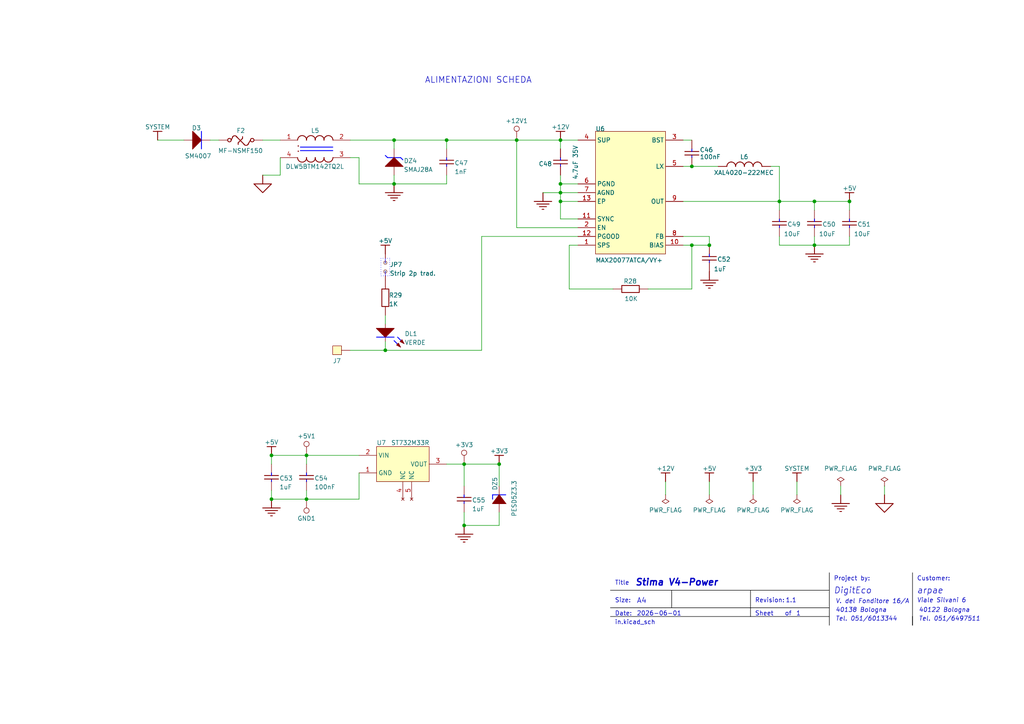
<source format=kicad_sch>
(kicad_sch (version 20230121) (generator eeschema)
  (paper "A4")
  (title_block (title "Stima V4-Power") (rev "1.1"))
  (lib_symbols
    (symbol "Connector:TestPoint" (pin_numbers hide) (pin_names (offset 0.762) hide)
      (property "Reference" "TP" (at 0 6.858 0))
      (property "Value" "TestPoint" (at 0 5.08 0))
      (symbol "TestPoint_0_1"
        (circle (center 0 3.302) (radius 0.762))
      )
      (symbol "TestPoint_1_1"
        (pin passive line (at 0 0 90) (length 2.54) (name "1") (number "1"))
      )
    )
    (symbol "Stima V4 Power-altium-import:+12V" (power)
      (property "Reference" "#PWR" (at 0 0 0))
      (property "Value" "+12V" (at 0 3.81 0))
      (symbol "+12V_0_0"
        (polyline (pts (xy -1.27 -2.54) (xy 1.27 -2.54)) (stroke (width 0.254)))
        (polyline (pts (xy 0 0) (xy 0 -2.54)) (stroke (width 0.254)))
        (pin power_in line (at 0 0 0) (length 0) hide (name "+12V") (number ""))
      )
    )
    (symbol "Stima V4 Power-altium-import:+3V3" (power)
      (property "Reference" "#PWR" (at 0 0 0))
      (property "Value" "+3V3" (at 0 3.81 0))
      (symbol "+3V3_0_0"
        (polyline (pts (xy -1.27 -2.54) (xy 1.27 -2.54)) (stroke (width 0.254)))
        (polyline (pts (xy 0 0) (xy 0 -2.54)) (stroke (width 0.254)))
        (pin power_in line (at 0 0 0) (length 0) hide (name "+3V3") (number ""))
      )
    )
    (symbol "Stima V4 Power-altium-import:+5V" (power)
      (property "Reference" "#PWR" (at 0 0 0))
      (property "Value" "+5V" (at 0 3.81 0))
      (symbol "+5V_0_0"
        (polyline (pts (xy -1.27 -2.54) (xy 1.27 -2.54)) (stroke (width 0.254)))
        (polyline (pts (xy 0 0) (xy 0 -2.54)) (stroke (width 0.254)))
        (pin power_in line (at 0 0 0) (length 0) hide (name "+5V") (number ""))
      )
    )
    (symbol "Stima V4 Power-altium-import:EGND" (power)
      (symbol "EGND_0_0"
        (polyline (pts (xy 0 0) (xy 0 -2.54)) (stroke (width 0.254)))
        (polyline (pts (xy -2.54 -2.54) (xy 2.54 -2.54) (xy 0 -5.08) (xy -2.54 -2.54)) (stroke (width 0.254)))
        (pin power_in line (at 0 0 0) (length 0) hide (name "EGND") (number ""))
      )
    )
    (symbol "Stima V4 Power-altium-import:GND" (power)
      (property "Reference" "#PWR" (at 0 0 0))
      (property "Value" "GND" (at 0 6.35 0))
      (symbol "GND_0_0"
        (polyline (pts (xy -2.54 -2.54) (xy 2.54 -2.54)) (stroke (width 0.254)))
        (polyline (pts (xy -1.778 -3.302) (xy 1.778 -3.302)) (stroke (width 0.254)))
        (polyline (pts (xy -1.016 -4.064) (xy 1.016 -4.064)) (stroke (width 0.254)))
        (polyline (pts (xy -0.254 -4.826) (xy 0.254 -4.826)) (stroke (width 0.254)))
        (polyline (pts (xy 0 0) (xy 0 -2.54)) (stroke (width 0.254)))
        (pin power_in line (at 0 0 0) (length 0) hide (name "GND") (number ""))
      )
    )
    (symbol "Stima V4 Power-altium-import:SYSTEM" (power)
      (property "Value" "SYSTEM" (at 0 -3.81 0))
      (symbol "SYSTEM_0_0"
        (polyline (pts (xy -1.27 -2.54) (xy 1.27 -2.54)) (stroke (width 0.254)))
        (polyline (pts (xy 0 0) (xy 0 -2.54)) (stroke (width 0.254)))
        (pin power_in line (at 0 0 0) (length 0) hide (name "SYSTEM") (number ""))
      )
    )
    (symbol "Stima V4 Power-altium-import:root_0_C0603"
      (symbol "root_0_C0603_1_0"
        (polyline (pts (xy -2.032 -0.762) (xy 2.032 -0.762)) (stroke (width 0.254)))
        (polyline (pts (xy 0 -2.54) (xy 0 -1.778)) (stroke (width 0.254) (color 0 0 255 1)))
        (polyline (pts (xy 0 0) (xy 0 -0.762)) (stroke (width 0.254) (color 0 0 255 1)))
        (polyline (pts (xy 2.032 -1.778) (xy -2.032 -1.778)) (stroke (width 0.254)))
        (pin passive line (at 0 2.54 270) (length 2.54) (name "1") (number "1"))
        (pin passive line (at 0 -5.08 90) (length 2.54) (name "2") (number "2"))
      )
    )
    (symbol "Stima V4 Power-altium-import:root_0_C0805"
      (symbol "root_0_C0805_1_0"
        (polyline (pts (xy -2.032 -0.762) (xy 2.032 -0.762)) (stroke (width 0.254)))
        (polyline (pts (xy 0 -2.54) (xy 0 -1.778)) (stroke (width 0.254) (color 0 0 255 1)))
        (polyline (pts (xy 0 0) (xy 0 -0.762)) (stroke (width 0.254) (color 0 0 255 1)))
        (polyline (pts (xy 2.032 -1.778) (xy -2.032 -1.778)) (stroke (width 0.254)))
        (pin passive line (at 0 2.54 270) (length 2.54) (name "1") (number "1"))
        (pin passive line (at 0 -5.08 90) (length 2.54) (name "2") (number "2"))
      )
    )
    (symbol "Stima V4 Power-altium-import:root_0_Coil  B82442  2220"
      (symbol "root_0_Coil  B82442  2220_1_0"
        (arc (start 1.27 -1.27) (mid 0.372 -1.642) (end 0 -2.54) (stroke (width 0.254)))
        (arc (start 2.54 -2.54) (mid 2.168 -1.642) (end 1.27 -1.27) (stroke (width 0.254)))
        (arc (start 3.81 -1.27) (mid 2.912 -1.642) (end 2.54 -2.54) (stroke (width 0.254)))
        (arc (start 5.08 -2.54) (mid 4.708 -1.642) (end 3.81 -1.27) (stroke (width 0.254)))
        (arc (start 6.35 -1.27) (mid 5.452 -1.642) (end 5.08 -2.54) (stroke (width 0.254)))
        (arc (start 7.62 -2.54) (mid 7.248 -1.642) (end 6.35 -1.27) (stroke (width 0.254)))
        (arc (start 8.89 -1.27) (mid 7.992 -1.642) (end 7.62 -2.54) (stroke (width 0.254)))
        (arc (start 10.16 -2.54) (mid 9.788 -1.642) (end 8.89 -1.27) (stroke (width 0.254)))
        (pin passive line (at -2.54 -2.54 0) (length 2.54) (name "1") (number "1"))
        (pin passive line (at 12.7 -2.54 180) (length 2.54) (name "2") (number "2"))
      )
    )
    (symbol "Stima V4 Power-altium-import:root_0_FILTRO MURATA DLW5BT"
      (symbol "root_0_FILTRO MURATA DLW5BT_1_0"
        (polyline (pts (xy 5.842 -3.048) (xy 15.24 -3.048)) (stroke (width 0.254) (color 0 0 255 1)))
        (polyline (pts (xy 5.842 -2.032) (xy 15.24 -2.032)) (stroke (width 0.254) (color 0 0 255 1)))
        (arc (start 5.0421 -5.0955) (mid 6.3606 -6.3879) (end 7.658 -5.0743) (stroke (width 0.254)))
        (arc (start 7.5821 -5.0955) (mid 8.9006 -6.3879) (end 10.198 -5.0743) (stroke (width 0.254)))
        (arc (start 7.6579 0.0155) (mid 6.3394 1.3079) (end 5.042 -0.0057) (stroke (width 0.254)))
        (arc (start 10.1221 -5.0955) (mid 11.4406 -6.3879) (end 12.738 -5.0743) (stroke (width 0.254)))
        (arc (start 10.1979 0.0155) (mid 8.8794 1.3079) (end 7.582 -0.0057) (stroke (width 0.254)))
        (arc (start 12.6621 -5.0955) (mid 13.9806 -6.3879) (end 15.278 -5.0743) (stroke (width 0.254)))
        (arc (start 12.7379 0.0155) (mid 11.4194 1.3079) (end 10.122 -0.0057) (stroke (width 0.254)))
        (arc (start 15.2779 0.0155) (mid 13.9594 1.3079) (end 12.662 -0.0057) (stroke (width 0.254)))
        (text "." (at 5.588 -3.81 900) (effects (font (size 2.032 2.032)) (justify left bottom)))
        (text "." (at 5.588 -2.286 900) (effects (font (size 2.032 2.032)) (justify left bottom)))
        (pin passive line (at 0 0 0) (length 5.08) (name "1") (number "1"))
        (pin passive line (at 20.32 0 180) (length 5.08) (name "2") (number "2"))
        (pin passive line (at 20.32 -5.08 180) (length 5.08) (name "3") (number "3"))
        (pin passive line (at 0 -5.08 0) (length 5.08) (name "4") (number "4"))
      )
    )
    (symbol "Stima V4 Power-altium-import:root_0_Fuse Thermal"
      (symbol "root_0_Fuse Thermal_1_0"
        (polyline (pts (xy 1.016 -2.54) (xy 1.524 -1.524)) (stroke (width 0.254)))
        (polyline (pts (xy 3.048 -3.81) (xy 3.048 -3.302)) (stroke (width 0.254)))
        (polyline (pts (xy 3.048 -3.302) (xy 4.318 -2.032)) (stroke (width 0.254)))
        (polyline (pts (xy 4.318 -2.032) (xy 4.318 -1.524)) (stroke (width 0.254)))
        (polyline (pts (xy 4.826 -3.81) (xy 2.54 -1.524)) (stroke (width 0.254)))
        (polyline (pts (xy 5.842 -3.81) (xy 6.604 -2.54)) (stroke (width 0.254)))
        (circle (center 0.508 -2.54) (radius 0.508) (stroke (width 0.254)))
        (arc (start 2.7549 -1.791) (mid 2.1331 -1.2767) (end 1.398 -1.6093) (stroke (width 0.254)))
        (arc (start 4.7 -3.7247) (mid 5.3814 -4.0625) (end 6.0156 -3.6428) (stroke (width 0.254)))
        (circle (center 7.112 -2.54) (radius 0.508) (stroke (width 0.254)))
        (pin passive line (at -2.54 -2.54 0) (length 2.54) (name "1") (number "1"))
        (pin passive line (at 10.16 -2.54 180) (length 2.54) (name "2") (number "2"))
      )
    )
    (symbol "Stima V4 Power-altium-import:root_0_JUMP1"
      (property "Reference" "JP4" (at 2.54 -2.54 0))
      (property "Value" "Strip 2p PTH" (at 2.54 -5.08 0))
      (symbol "root_0_JUMP1_1_0"
        (polyline (pts (xy 1.27 -3.81) (xy 1.27 -5.08)) (stroke (width 0) (color 0 0 255 1)))
        (polyline (pts (xy 1.27 -1.27) (xy 1.27 0)) (stroke (width 0) (color 0 0 255 1)))
        (polyline (pts (xy 2.54 0) (xy 0 0) (xy 0 -5.08) (xy 2.54 -5.08) (xy 2.54 0)) (stroke (width 0) (type dot) (color 0 0 255 1)))
        (circle (center 1.27 -3.81) (radius 0.508) (stroke (width 0.0001)) (fill (type color) (color 192 192 192 1)))
        (circle (center 1.27 -1.27) (radius 0.508) (stroke (width 0.0001)) (fill (type color) (color 192 192 192 1)))
        (pin passive line (at 1.27 1.27 270) (length 1.27) (name "") (number "1"))
        (pin passive line (at 1.27 -6.35 90) (length 1.27) (name "") (number "2"))
      )
    )
    (symbol "Stima V4 Power-altium-import:root_0_MAX20077"
      (symbol "root_0_MAX20077_1_0"
        (rectangle (start 20.32 0) (end 0 -35.56) (fill (type background)))
        (pin input line (at -5.08 -33.02 0) (length 5) (name "SPS") (number "1"))
        (pin passive line (at 25.4 -33.02 180) (length 5) (name "BIAS") (number "10"))
        (pin passive line (at -5.08 -25.4 0) (length 5) (name "SYNC") (number "11"))
        (pin output line (at -5.08 -30.48 0) (length 5) (name "PGOOD") (number "12"))
        (pin passive line (at -5.08 -20.32 0) (length 5) (name "EP") (number "13"))
        (pin input line (at -5.08 -27.94 0) (length 5) (name "EN") (number "2"))
        (pin passive line (at 25.4 -2.54 180) (length 5) (name "BST") (number "3"))
        (pin power_in line (at -5.08 -2.54 0) (length 5) (name "SUP") (number "4"))
        (pin passive line (at 25.4 -10.16 180) (length 5) (name "LX") (number "5"))
        (pin power_in line (at -5.08 -15.24 0) (length 5) (name "PGND") (number "6"))
        (pin power_in line (at -5.08 -17.78 0) (length 5) (name "AGND") (number "7"))
        (pin passive line (at 25.4 -30.48 180) (length 5) (name "FB") (number "8"))
        (pin passive line (at 25.4 -20.32 180) (length 5) (name "OUT") (number "9"))
      )
    )
    (symbol "Stima V4 Power-altium-import:root_0_Res 0603"
      (symbol "root_0_Res 0603_1_0"
        (rectangle (start 5.08 -1.524) (end 0 -3.556) (stroke (width 0.254)))
        (pin passive line (at -2.54 -2.54 0) (length 2.54) (name "1") (number "1"))
        (pin passive line (at 7.62 -2.54 180) (length 2.54) (name "2") (number "2"))
      )
    )
    (symbol "Stima V4 Power-altium-import:root_0_ST732M"
      (property "Reference" "U7" (at 0 0.381 0))
      (property "Value" "ST732M33R" (at 4.191 0.381 0))
      (symbol "root_0_ST732M_1_0"
        (rectangle (start 15.24 0) (end 0 -10.16) (fill (type background)))
        (pin power_in line (at -5.08 -7.62 0) (length 5.08) (name "GND") (number "1"))
        (pin passive line (at -5.08 -2.54 0) (length 5.08) (name "VIN") (number "2"))
        (pin passive line (at 20.32 -5.08 180) (length 5.08) (name "VOUT") (number "3"))
        (pin no_connect line (at 7.62 -15.24 90) (length 5.08) (name "NC") (number "4"))
        (pin no_connect line (at 10.16 -15.24 90) (length 5.08) (name "NC") (number "5"))
      )
    )
    (symbol "Stima V4 Power-altium-import:root_0_Transil SMD PESD5"
      (symbol "root_0_Transil SMD PESD5_1_0"
        (polyline (pts (xy -1.905 0) (xy -1.905 -1.27)) (stroke (width 0.254) (color 0 0 255 1)))
        (polyline (pts (xy 1.905 0) (xy -1.905 0)) (stroke (width 0.254) (color 0 0 255 1)))
        (polyline (pts (xy 1.905 -2.54) (xy 0 0) (xy -1.905 -2.54) (xy 1.905 -2.54)) (stroke (width 0.254)) (fill (type outline)))
        (pin passive line (at 0 2.54 270) (length 2.54) (name "K") (number "1"))
        (pin passive line (at 0 -5.08 90) (length 2.54) (name "A") (number "2"))
      )
    )
    (symbol "Stima V4 Power-altium-import:root_0_Transil SMD SMAJ"
      (symbol "root_0_Transil SMD SMAJ_1_0"
        (polyline (pts (xy -1.905 0) (xy -2.54 0.635)) (stroke (width 0.254) (color 0 0 255 1)))
        (polyline (pts (xy 1.905 0) (xy -1.905 0)) (stroke (width 0.254) (color 0 0 255 1)))
        (polyline (pts (xy 1.905 0) (xy 2.54 -0.635)) (stroke (width 0.254) (color 0 0 255 1)))
        (polyline (pts (xy 2.54 -2.54) (xy 0 0) (xy -2.54 -2.54) (xy 2.54 -2.54)) (stroke (width 0.254)) (fill (type outline)))
        (pin passive line (at 0 2.54 270) (length 2.54) (name "K") (number "1"))
        (pin passive line (at 0 -5.08 90) (length 2.54) (name "A") (number "2"))
      )
    )
    (symbol "Stima V4 Power-altium-import:root_1_Res 0805"
      (symbol "root_1_Res 0805_1_0"
        (rectangle (start 3.556 5.08) (end 1.524 0) (stroke (width 0.254)))
        (pin passive line (at 2.54 -2.54 90) (length 2.54) (name "1") (number "1"))
        (pin passive line (at 2.54 7.62 270) (length 2.54) (name "2") (number "2"))
      )
    )
    (symbol "Stima V4 Power-altium-import:root_2_C0805"
      (symbol "root_2_C0805_1_0"
        (polyline (pts (xy -2.032 1.778) (xy 2.032 1.778)) (stroke (width 0.254)))
        (polyline (pts (xy 0 0) (xy 0 0.762)) (stroke (width 0.254) (color 0 0 255 1)))
        (polyline (pts (xy 0 2.54) (xy 0 1.778)) (stroke (width 0.254) (color 0 0 255 1)))
        (polyline (pts (xy 2.032 0.762) (xy -2.032 0.762)) (stroke (width 0.254)))
        (pin passive line (at 0 -2.54 90) (length 2.54) (name "1") (number "1"))
        (pin passive line (at 0 5.08 270) (length 2.54) (name "2") (number "2"))
      )
    )
    (symbol "Stima V4 Power-altium-import:root_2_VIAS1"
      (symbol "root_2_VIAS1_1_0"
        (rectangle (start 0 1.27) (end -2.54 -1.27) (fill (type background)))
        (pin passive line (at 2.54 0 180) (length 2.54) (name "1") (number "1"))
      )
    )
    (symbol "Stima V4 Power-altium-import:root_3_Diode_SMD_QMELF"
      (property "Reference" "D3" (at -2.794 2.794 0))
      (property "Value" "SM4007" (at -2.794 -5.334 0))
      (symbol "root_3_Diode_SMD_QMELF_1_0"
        (polyline (pts (xy 0 2.54) (xy 0 -2.54)) (stroke (width 0.254) (color 0 0 255 1)))
        (polyline (pts (xy -2.54 -2.54) (xy 0 0) (xy -2.54 2.54) (xy -2.54 -2.54)) (stroke (width 0.254)) (fill (type outline)))
        (pin passive line (at 2.54 0 180) (length 2.54) (name "K") (number "1"))
        (pin passive line (at -5.08 0 0) (length 2.54) (name "A") (number "2"))
      )
    )
    (symbol "Stima V4 Power-altium-import:root_3_Led  SMD"
      (symbol "root_3_Led  SMD_1_0"
        (polyline (pts (xy 0 -3.556) (xy 1.778 -5.334)) (stroke (width 0.254) (color 0 0 255 1)))
        (polyline (pts (xy 0 -2.54) (xy -5.08 -2.54)) (stroke (width 0.254) (color 0 0 255 1)))
        (polyline (pts (xy 1.016 -2.54) (xy 2.794 -4.318)) (stroke (width 0.254) (color 0 0 255 1)))
        (polyline (pts (xy -5.08 0) (xy -2.54 -2.54) (xy 0 0) (xy -5.08 0)) (stroke (width 0.254)) (fill (type outline)))
        (polyline (pts (xy 1.778 -5.334) (xy 1.27 -4.318) (xy 0.762 -4.826) (xy 1.778 -5.334)) (stroke (width 0.254)) (fill (type outline)))
        (polyline (pts (xy 2.794 -4.318) (xy 2.286 -3.302) (xy 1.778 -3.81) (xy 2.794 -4.318)) (stroke (width 0.254)) (fill (type outline)))
        (pin passive line (at -2.54 -3.81 90) (length 1.27) (name "K") (number "1"))
        (pin passive line (at -2.54 1.27 270) (length 1.27) (name "A") (number "2"))
      )
    )
    (symbol "Stima V4 Slave Rev1_1-altium-import:+12V" (power)
      (property "Reference" "#PWR" (at 0 0 0))
      (property "Value" "+12V" (at 0 3.81 0))
      (symbol "+12V_0_0"
        (polyline (pts (xy -1.27 -2.54) (xy 1.27 -2.54)) (stroke (width 0.254)))
        (polyline (pts (xy 0 0) (xy 0 -2.54)) (stroke (width 0.254)))
        (pin power_in line (at 0 0 0) (length 0) hide (name "+12V") (number ""))
      )
    )
    (symbol "Stima V4 Slave Rev1_1-altium-import:EGND" (power)
      (property "Reference" "#PWR" (at 0 0 0))
      (property "Value" "EGND" (at 0 6.35 0))
      (symbol "EGND_0_0"
        (polyline (pts (xy 0 0) (xy 0 -2.54)) (stroke (width 0.254)))
        (polyline (pts (xy -2.54 -2.54) (xy 2.54 -2.54) (xy 0 -5.08) (xy -2.54 -2.54)) (stroke (width 0.254)))
        (pin power_in line (at 0 0 0) (length 0) hide (name "EGND") (number ""))
      )
    )
    (symbol "Stima V4_GSM R1_1-altium-import:+3V3" (power)
      (property "Reference" "#PWR" (at 0 0 0))
      (property "Value" "+3V3" (at 0 3.81 0))
      (symbol "+3V3_0_0"
        (polyline (pts (xy -1.27 -2.54) (xy 1.27 -2.54)) (stroke (width 0.254)))
        (polyline (pts (xy 0 0) (xy 0 -2.54)) (stroke (width 0.254)))
        (pin power_in line (at 0 0 0) (length 0) hide (name "+3V3") (number ""))
      )
    )
    (symbol "Stima V4_GSM R1_1-altium-import:+5V" (power)
      (property "Reference" "#PWR" (at 0 0 0))
      (property "Value" "+5V" (at 0 3.81 0))
      (symbol "+5V_0_0"
        (polyline (pts (xy -1.27 -2.54) (xy 1.27 -2.54)) (stroke (width 0.254)))
        (polyline (pts (xy 0 0) (xy 0 -2.54)) (stroke (width 0.254)))
        (pin power_in line (at 0 0 0) (length 0) hide (name "+5V") (number ""))
      )
    )
    (symbol "Stima V4_GSM R1_1-altium-import:GND" (power)
      (property "Reference" "#PWR" (at 0 0 0))
      (property "Value" "GND" (at 0 6.35 0))
      (symbol "GND_0_0"
        (polyline (pts (xy -2.54 -2.54) (xy 2.54 -2.54)) (stroke (width 0.254)))
        (polyline (pts (xy -1.778 -3.302) (xy 1.778 -3.302)) (stroke (width 0.254)))
        (polyline (pts (xy -1.016 -4.064) (xy 1.016 -4.064)) (stroke (width 0.254)))
        (polyline (pts (xy -0.254 -4.826) (xy 0.254 -4.826)) (stroke (width 0.254)))
        (polyline (pts (xy 0 0) (xy 0 -2.54)) (stroke (width 0.254)))
        (pin power_in line (at 0 0 0) (length 0) hide (name "GND") (number ""))
      )
    )
    (symbol "power:PWR_FLAG" (power) (pin_numbers hide) (pin_names (offset 0) hide)
      (property "Value" "PWR_FLAG" (at 0 3.81 0))
      (symbol "PWR_FLAG_0_0"
        (pin power_out line (at 0 0 90) (length 0) (name "pwr") (number "1"))
      )
      (symbol "PWR_FLAG_0_1"
        (polyline (pts (xy 0 0) (xy 0 1.27) (xy -1.016 1.905) (xy 0 2.54) (xy 1.016 1.905) (xy 0 1.27)))
      )
    )
  )
  (junction (at 246.38 58.42))
  (junction (at 129.54 40.64))
  (junction (at 114.3 40.64))
  (junction (at 134.62 152.4))
  (junction (at 236.22 58.42))
  (junction (at 149.86 40.64))
  (junction (at 88.9 144.78))
  (junction (at 200.66 71.12))
  (junction (at 114.3 53.34))
  (junction (at 78.74 132.08))
  (junction (at 200.66 48.26))
  (junction (at 144.78 134.62))
  (junction (at 162.56 55.88))
  (junction (at 111.76 101.6))
  (junction (at 88.9 132.08))
  (junction (at 134.62 134.62))
  (junction (at 226.06 58.42))
  (junction (at 162.56 58.42))
  (junction (at 162.56 53.34))
  (junction (at 236.22 71.12))
  (junction (at 78.74 144.78))
  (junction (at 205.74 71.12))
  (junction (at 162.56 40.64))
  (wire (pts (xy 144.78 134.62) (xy 144.78 140.97)))
  (polyline (pts (xy 194.818 171.196) (xy 194.818 176.276)) (stroke (width 0) (type solid) (color 0 0 0 1)))
  (wire (pts (xy 223.52 48.26) (xy 226.06 48.26)))
  (wire (pts (xy 165.1 83.82) (xy 177.8 83.82)))
  (wire (pts (xy 88.9 134.62) (xy 88.9 132.08)))
  (wire (pts (xy 205.74 68.58) (xy 198.12 68.58)))
  (wire (pts (xy 226.06 48.26) (xy 226.06 58.42)))
  (wire (pts (xy 236.22 71.12) (xy 236.22 68.58)))
  (wire (pts (xy 167.64 66.04) (xy 149.86 66.04)))
  (wire (pts (xy 205.74 71.12) (xy 205.74 68.58)))
  (wire (pts (xy 218.44 139.7) (xy 218.44 143.51)))
  (wire (pts (xy 81.28 50.8) (xy 81.28 45.72)))
  (wire (pts (xy 162.56 55.88) (xy 157.48 55.88)))
  (wire (pts (xy 144.78 152.4) (xy 134.62 152.4)))
  (wire (pts (xy 187.96 83.82) (xy 200.66 83.82)))
  (wire (pts (xy 104.14 45.72) (xy 104.14 53.34)))
  (wire (pts (xy 111.76 93.98) (xy 111.76 91.44)))
  (wire (pts (xy 198.12 40.64) (xy 200.66 40.64)))
  (wire (pts (xy 111.76 101.6) (xy 101.6 101.6)))
  (wire (pts (xy 88.9 144.78) (xy 104.14 144.78)))
  (wire (pts (xy 200.66 71.12) (xy 205.74 71.12)))
  (wire (pts (xy 78.74 144.78) (xy 88.9 144.78)))
  (wire (pts (xy 226.06 68.58) (xy 226.06 71.12)))
  (wire (pts (xy 76.2 50.8) (xy 81.28 50.8)))
  (wire (pts (xy 162.56 50.8) (xy 162.56 53.34)))
  (wire (pts (xy 78.74 144.78) (xy 78.74 142.24)))
  (wire (pts (xy 139.7 68.58) (xy 139.7 101.6)))
  (wire (pts (xy 149.86 66.04) (xy 149.86 40.64)))
  (wire (pts (xy 162.56 63.5) (xy 162.56 58.42)))
  (wire (pts (xy 198.12 58.42) (xy 226.06 58.42)))
  (wire (pts (xy 60.96 40.64) (xy 63.5 40.64)))
  (wire (pts (xy 205.74 139.7) (xy 205.74 143.51)))
  (wire (pts (xy 193.04 139.7) (xy 193.04 143.51)))
  (wire (pts (xy 167.64 68.58) (xy 139.7 68.58)))
  (wire (pts (xy 162.56 53.34) (xy 162.56 55.88)))
  (wire (pts (xy 256.54 140.97) (xy 256.54 143.51)))
  (wire (pts (xy 200.66 48.26) (xy 208.28 48.26)))
  (wire (pts (xy 76.2 40.64) (xy 81.28 40.64)))
  (wire (pts (xy 246.38 71.12) (xy 246.38 68.58)))
  (polyline (pts (xy 177.038 176.276) (xy 240.538 176.276)) (stroke (width 0) (type solid) (color 0 0 0 1)))
  (wire (pts (xy 134.62 152.4) (xy 134.62 148.59)))
  (wire (pts (xy 88.9 132.08) (xy 104.14 132.08)))
  (wire (pts (xy 231.14 139.7) (xy 231.14 143.51)))
  (wire (pts (xy 236.22 60.96) (xy 236.22 58.42)))
  (wire (pts (xy 88.9 142.24) (xy 88.9 144.78)))
  (wire (pts (xy 104.14 137.16) (xy 104.14 144.78)))
  (wire (pts (xy 167.64 40.64) (xy 162.56 40.64)))
  (wire (pts (xy 167.64 63.5) (xy 162.56 63.5)))
  (wire (pts (xy 198.12 48.26) (xy 200.66 48.26)))
  (wire (pts (xy 111.76 99.06) (xy 111.76 101.6)))
  (wire (pts (xy 101.6 45.72) (xy 104.14 45.72)))
  (wire (pts (xy 226.06 60.96) (xy 226.06 58.42)))
  (wire (pts (xy 243.84 140.97) (xy 243.84 143.51)))
  (wire (pts (xy 162.56 43.18) (xy 162.56 40.64)))
  (wire (pts (xy 114.3 43.18) (xy 114.3 40.64)))
  (wire (pts (xy 129.54 134.62) (xy 134.62 134.62)))
  (wire (pts (xy 144.78 148.59) (xy 144.78 152.4)))
  (wire (pts (xy 114.3 53.34) (xy 114.3 50.8)))
  (wire (pts (xy 200.66 83.82) (xy 200.66 71.12)))
  (wire (pts (xy 114.3 40.64) (xy 101.6 40.64)))
  (wire (pts (xy 236.22 58.42) (xy 246.38 58.42)))
  (wire (pts (xy 104.14 53.34) (xy 114.3 53.34)))
  (wire (pts (xy 129.54 53.34) (xy 129.54 50.8)))
  (wire (pts (xy 129.54 40.64) (xy 114.3 40.64)))
  (polyline (pts (xy 217.678 171.196) (xy 217.678 178.816)) (stroke (width 0) (type solid) (color 0 0 0 1)))
  (wire (pts (xy 134.62 134.62) (xy 144.78 134.62)))
  (wire (pts (xy 226.06 58.42) (xy 236.22 58.42)))
  (polyline (pts (xy 264.668 178.816) (xy 264.668 181.356)) (stroke (width 0) (type solid) (color 0 0 0 1)))
  (wire (pts (xy 162.56 58.42) (xy 162.56 55.88)))
  (wire (pts (xy 53.34 40.64) (xy 45.72 40.64)))
  (wire (pts (xy 246.38 58.42) (xy 246.38 60.96)))
  (wire (pts (xy 226.06 71.12) (xy 236.22 71.12)))
  (wire (pts (xy 134.62 140.97) (xy 134.62 134.62)))
  (wire (pts (xy 78.74 132.08) (xy 88.9 132.08)))
  (wire (pts (xy 139.7 101.6) (xy 111.76 101.6)))
  (polyline (pts (xy 264.668 178.816) (xy 264.668 181.356)) (stroke (width 0) (type solid) (color 0 0 0 1)))
  (wire (pts (xy 165.1 71.12) (xy 165.1 83.82)))
  (wire (pts (xy 167.64 55.88) (xy 162.56 55.88)))
  (wire (pts (xy 198.12 71.12) (xy 200.66 71.12)))
  (wire (pts (xy 236.22 71.12) (xy 246.38 71.12)))
  (wire (pts (xy 129.54 40.64) (xy 149.86 40.64)))
  (wire (pts (xy 162.56 58.42) (xy 167.64 58.42)))
  (wire (pts (xy 129.54 43.18) (xy 129.54 40.64)))
  (wire (pts (xy 78.74 132.08) (xy 78.74 134.62)))
  (polyline (pts (xy 177.038 171.196) (xy 240.538 171.196)) (stroke (width 0) (type solid) (color 0 0 0 1)))
  (polyline (pts (xy 240.538 166.116) (xy 240.538 178.816)) (stroke (width 0) (type solid) (color 0 0 0 1)))
  (wire (pts (xy 162.56 53.34) (xy 167.64 53.34)))
  (wire (pts (xy 149.86 40.64) (xy 162.56 40.64)))
  (wire (pts (xy 114.3 53.34) (xy 129.54 53.34)))
  (wire (pts (xy 167.64 71.12) (xy 165.1 71.12)))
  (polyline (pts (xy 264.668 166.116) (xy 264.668 166.116) (xy 264.668 178.816)) (stroke (width 0) (type solid) (color 0 0 0 1)))
  (polyline (pts (xy 177.038 178.816) (xy 240.538 178.816) (xy 240.538 181.356)) (stroke (width 0) (type solid) (color 0 0 0 1)))
  (text "DigitEco" (at 241.808 172.466 0) (effects (font (size 1.778 1.778) italic) (justify left bottom)))
  (text "" (at 265.938 172.466 0) (effects (font (size 1.778 1.778) italic) (justify left bottom)))
  (text "${#}" (at 224.282 178.816 0) (effects (font (size 1.27 1.27)) (justify left bottom)))
  (text "${FILENAME}" (at 178.308 181.356 0) (effects (font (size 1.27 1.27)) (justify left bottom)))
  (text "A4" (at 184.658 175.26 0) (effects (font (size 1.524 1.524)) (justify left bottom)))
  (text "Sheet" (at 218.948 178.816 0) (effects (font (size 1.27 1.27)) (justify left bottom)))
  (text "arpae" (at 265.938 172.466 0) (effects (font (size 1.778 1.778) italic) (justify left bottom)))
  (text "40138 Bologna" (at 242.316 177.8 0) (effects (font (size 1.27 1.27) italic) (justify left bottom)))
  (text "Viale Silvani 6" (at 265.938 175.006 0) (effects (font (size 1.27 1.27) italic) (justify left bottom)))
  (text "" (at 266.446 177.8 0) (effects (font (size 1.27 1.27) italic) (justify left bottom)))
  (text "" (at 266.446 180.34 0) (effects (font (size 1.27 1.27) italic) (justify left bottom)))
  (text "Tel. 051/6497511" (at 266.446 180.34 0) (effects (font (size 1.27 1.27) italic) (justify left bottom)))
  (text "Customer:" (at 265.938 168.656 0) (effects (font (size 1.27 1.27)) (justify left bottom)))
  (text "Date:" (at 178.308 178.816 0) (effects (font (size 1.27 1.27)) (justify left bottom)))
  (text "Revision:" (at 218.948 175.006 0) (effects (font (size 1.27 1.27)) (justify left bottom)))
  (text "40122 Bologna" (at 266.446 177.8 0) (effects (font (size 1.27 1.27) italic) (justify left bottom)))
  (text "V. del Fonditore 16/A" (at 242.316 175.26 0) (effects (font (size 1.27 1.27) italic) (justify left bottom)))
  (text "${##}" (at 230.886 178.816 0) (effects (font (size 1.27 1.27)) (justify left bottom)))
  (text "Project by:" (at 241.808 168.656 0) (effects (font (size 1.27 1.27)) (justify left bottom)))
  (text "1.1" (at 227.838 175.006 0) (effects (font (size 1.27 1.27)) (justify left bottom)))
  (text "Tel. 051/6013344" (at 242.316 180.34 0) (effects (font (size 1.27 1.27) italic) (justify left bottom)))
  (text "of" (at 227.584 178.816 0) (effects (font (size 1.27 1.27)) (justify left bottom)))
  (text "" (at 184.658 181.356 0) (effects (font (size 1.27 1.27)) (justify left bottom)))
  (text "${CURRENT_DATE}" (at 184.658 178.816 0) (effects (font (size 1.27 1.27)) (justify left bottom)))
  (text "Title" (at 178.308 169.926 0) (effects (font (size 1.27 1.27)) (justify left bottom)))
  (text "ALIMENTAZIONI SCHEDA" (at 123.19 24.384 0) (effects (font (size 1.778 1.778)) (justify left bottom)))
  (text "${TITLE}" (at 184.15 170.18 0) (effects (font (size 1.905 1.905) bold italic) (justify left bottom)))
  (text "Size:" (at 178.308 175.006 0) (effects (font (size 1.27 1.27)) (justify left bottom)))
  (text "" (at 266.446 175.26 0) (effects (font (size 1.27 1.27) italic) (justify left bottom)))
  (symbol (lib_id "Stima V4 Power-altium-import:root_0_Fuse Thermal") (at 66.04 38.1 0) (unit 1)
    (property "Reference" "F2" (at 68.58 38.608 0) (effects (justify left bottom)))
    (property "Value" "MF-NSMF150" (at 63.246 44.45 0) (effects (justify left bottom)))
    (property "Footprint" "Library_Power_impronte:1206" (effects hide))
    (property "TYPE" "Bourns" (effects hide))
    (property "PACKAGE REFERENCE" "1206" (effects hide))
    (property "ALTIUM_VALUE" "MF-NSMF110-2" (effects hide))
  )
  (symbol (lib_id "Stima V4 Power-altium-import:root_1_Res 0805") (at 109.22 88.9 0) (unit 1)
    (property "Reference" "R29" (at 112.776 86.36 0) (effects (justify left bottom)))
    (property "Value" "1K" (at 112.776 88.9 0) (effects (justify left bottom)))
    (property "Footprint" "Library_Power_impronte:0805" (effects hide))
    (property "ALTIUM_VALUE" "1K" (effects hide))
    (property "PRECISION" "1%" (effects hide))
    (property "PACKAGE REFERENCE" "0805" (effects hide))
    (property "POWER" "1/8W" (effects hide))
  )
  (symbol (lib_id "Stima V4 Power-altium-import:GND") (at 78.74 144.78 0) (unit 1)
    (property "Reference" "#PWR?" (effects hide))
    (property "Value" "GND" (effects hide))
  )
  (symbol (lib_id "power:PWR_FLAG") (at 218.44 143.51 180) (unit 1)
    (property "Reference" "#FLG02" (effects hide))
    (property "Value" "PWR_FLAG" (at 218.44 147.955 0))
    (instances (project "Stima V4 GSM R1_1" (path "" (reference "#FLG02") (unit 1))) (project "Stima V4 Power" (path "" (reference "#FLG010") (unit 1)) (path "" (reference "#FLG04") (unit 1))))
  )
  (symbol (lib_id "Stima V4 Power-altium-import:root_0_C0603") (at 78.74 137.16 0) (unit 1)
    (property "Reference" "C53" (at 81.026 139.446 0) (effects (justify left bottom)))
    (property "Value" "1uF" (at 81.026 141.986 0) (effects (justify left bottom)))
    (property "Footprint" "Library_Power_impronte:0603" (effects hide))
    (property "PACKAGE REFERENCE" "0603" (effects hide))
    (property "TYPE" "Multistrato X5R/X7R" (effects hide))
    (property "ALTIUM_VALUE" "1uF" (effects hide))
    (property "VOLTAGE" "20V" (effects hide))
  )
  (symbol (lib_id "Stima V4 Power-altium-import:root_0_C0603") (at 200.66 43.18 0) (unit 1)
    (property "Reference" "C46" (at 202.946 44.196 0) (effects (justify left bottom)))
    (property "Value" "100nF" (at 202.946 46.228 0) (effects (justify left bottom)))
    (property "Footprint" "Library_Power_impronte:0603" (effects hide))
    (property "PACKAGE REFERENCE" "0603" (effects hide))
    (property "TYPE" "Multistrato X5R/X7R" (effects hide))
    (property "ALTIUM_VALUE" "100nF" (effects hide))
    (property "VOLTAGE" "50V" (effects hide))
  )
  (symbol (lib_id "power:PWR_FLAG") (at 193.04 143.51 180) (unit 1)
    (property "Reference" "#FLG02" (effects hide))
    (property "Value" "PWR_FLAG" (at 193.04 147.955 0))
    (instances (project "Stima V4 GSM R1_1" (path "" (reference "#FLG02") (unit 1))) (project "Stima V4 Power" (path "" (reference "#FLG021") (unit 1)) (path "" (reference "#FLG01") (unit 1))))
  )
  (symbol (lib_id "Connector:TestPoint") (at 149.86 40.64 0) (unit 1)
    (property "Reference" "+12V1" (at 149.86 35.052 0))
    (property "Value" "TestPoint" (effects hide))
    (property "Footprint" "Library_Power_impronte:TP" (effects hide))
  )
  (symbol (lib_id "Stima V4 Power-altium-import:+3V3") (at 144.78 134.62 180) (unit 1)
    (property "Reference" "#PWR?" (effects hide))
    (property "Value" "+3V3" (at 144.78 130.81 0))
  )
  (symbol (lib_id "Stima V4 Power-altium-import:root_0_C0603") (at 129.54 45.72 0) (unit 1)
    (property "Reference" "C47" (at 131.826 48.006 0) (effects (justify left bottom)))
    (property "Value" "1nF" (at 131.826 50.546 0) (effects (justify left bottom)))
    (property "Footprint" "Library_Power_impronte:0603" (effects hide))
    (property "PACKAGE REFERENCE" "0603" (effects hide))
    (property "TYPE" "Multistrato X5R/X7R" (effects hide))
    (property "ALTIUM_VALUE" "1nF" (effects hide))
    (property "VOLTAGE" "50V" (effects hide))
  )
  (symbol (lib_id "Stima V4 Power-altium-import:root_0_Transil SMD PESD5") (at 144.78 143.51 0) (unit 1)
    (property "Reference" "DZ5" (at 144.272 142.24 90) (effects (justify left bottom)))
    (property "Value" "PESD5Z3.3" (at 149.86 149.86 90) (effects (justify left bottom)))
    (property "Footprint" "Library_Power_impronte:SOD 523(SC-79)" (effects hide))
    (property "PACKAGE REFERENCE" "SOD523" (effects hide))
  )
  (symbol (lib_id "power:PWR_FLAG") (at 205.74 143.51 180) (unit 1)
    (property "Reference" "#FLG04" (effects hide))
    (property "Value" "PWR_FLAG" (at 205.74 147.955 0))
    (instances (project "Stima V4 GSM R1_1" (path "" (reference "#FLG04") (unit 1))) (project "Stima V4 Power" (path "" (reference "#FLG06") (unit 1)) (path "" (reference "#FLG011") (unit 1))))
  )
  (symbol (lib_id "Stima V4 Power-altium-import:root_0_MAX20077") (at 172.72 38.1 0) (unit 1)
    (property "Reference" "U6" (at 172.72 38.1 0) (effects (justify left bottom)))
    (property "Value" "MAX20077ATCA/VY+" (at 172.72 76.2 0) (effects (justify left bottom)))
    (property "Footprint" "Library_Power_impronte:TDFN 12L MIO" (effects hide))
    (property "PACKAGE REFERENCE" "TDFN12L" (effects hide))
  )
  (symbol (lib_id "Stima V4 Power-altium-import:root_0_ST732M") (at 109.22 129.54 0) (unit 1)
    (property "Reference" "U7" (at 109.22 129.159 0) (effects (justify left bottom)))
    (property "Value" "ST732M33R" (at 113.411 129.159 0) (effects (justify left bottom)))
    (property "Footprint" "Library_Power_impronte:SOT23_5" (effects hide))
    (property "PACKAGE REFERENCE" "SOT23-5" (effects hide))
  )
  (symbol (lib_id "Stima V4 Power-altium-import:GND") (at 205.74 78.74 0) (unit 1)
    (property "Reference" "#PWR?" (effects hide))
    (property "Value" "GND" (effects hide))
  )
  (symbol (lib_id "Stima V4 Power-altium-import:root_0_JUMP1") (at 110.49 74.93 0) (unit 1)
    (property "Reference" "JP7" (at 113.03 77.47 0) (effects (justify left bottom)))
    (property "Value" "Strip 2p trad." (at 113.03 80.01 0) (effects (justify left bottom)))
    (property "Footprint" "Library_Power_impronte:STRIP2P" (effects hide))
    (property "PACKAGE REFERENCE" "PTH" (effects hide))
  )
  (symbol (lib_id "Stima V4 Power-altium-import:root_0_FILTRO MURATA DLW5BT") (at 81.28 40.64 0) (unit 1)
    (property "Reference" "L5" (at 90.17 38.608 0) (effects (justify left bottom)))
    (property "Value" "DLW5BTM142TQ2L" (at 82.804 49.022 0) (effects (justify left bottom)))
    (property "Footprint" "Library_Power_impronte:FILTRO DLW5B MIO" (effects hide))
    (property "PACKAGE REFERENCE" "SMD" (effects hide))
  )
  (symbol (lib_id "power:PWR_FLAG") (at 256.54 140.97 0) (unit 1)
    (property "Reference" "#FLG01" (effects hide))
    (property "Value" "PWR_FLAG" (at 256.54 135.89 0))
    (instances (project "Stima V4 GSM R1_1" (path "" (reference "#FLG01") (unit 1))) (project "Stima V4 Power" (path "" (reference "#FLG014") (unit 1)) (path "" (reference "#FLG018") (unit 1))))
  )
  (symbol (lib_id "Stima V4_GSM R1_1-altium-import:+5V") (at 205.74 139.7 180) (unit 1)
    (property "Reference" "#PWR04" (effects hide))
    (property "Value" "+5V" (at 205.74 135.89 0))
    (instances (project "Stima V4 GSM R1_1" (path "" (reference "#PWR04") (unit 1))) (project "Stima V4 Power" (path "" (reference "#PWR05") (unit 1)) (path "" (reference "#PWR011") (unit 1))))
  )
  (symbol (lib_id "Stima V4 Power-altium-import:root_0_Coil  B82442  2220") (at 210.82 45.72 0) (unit 1)
    (property "Reference" "L6" (at 214.63 46.228 0) (effects (justify left bottom)))
    (property "Value" "XAL4020-222MEC" (at 207.01 50.8 0) (effects (justify left bottom)))
    (property "Footprint" "Library_Power_impronte:COIL COILCRAFT XAL4020-MIO" (effects hide))
    (property "ALTIUM_VALUE" "2.2uH" (effects hide))
  )
  (symbol (lib_id "power:PWR_FLAG") (at 243.84 140.97 0) (unit 1)
    (property "Reference" "#FLG01" (effects hide))
    (property "Value" "PWR_FLAG" (at 243.84 135.89 0))
    (instances (project "Stima V4 GSM R1_1" (path "" (reference "#FLG01") (unit 1))) (project "Stima V4 Power" (path "" (reference "#FLG07") (unit 1)) (path "" (reference "#FLG014") (unit 1))))
  )
  (symbol (lib_id "Stima V4 Slave Rev1_1-altium-import:EGND") (at 256.54 143.51 0) (unit 1)
    (property "Reference" "#PWR?" (effects hide))
    (property "Value" "EGND" (effects hide))
    (instances (project "Stima V4 Slave_I2C&Can R1_1" (path "" (reference "#PWR?") (unit 1))) (project "Stima V4 Power" (path "" (reference "#PWR0131") (unit 1)) (path "" (reference "#PWR013") (unit 1)) (path "" (reference "#PWR018") (unit 1))))
  )
  (symbol (lib_id "Stima V4 Slave Rev1_1-altium-import:+12V") (at 193.04 139.7 180) (unit 1)
    (property "Reference" "#PWR?" (effects hide))
    (property "Value" "+12V" (at 193.04 135.89 0))
    (instances (project "Stima V4 Slave_I2C&Can R1_1" (path "" (reference "#PWR?") (unit 1))) (project "Stima V4 Power" (path "" (reference "#PWR0128") (unit 1)) (path "" (reference "#PWR019") (unit 1)) (path "" (reference "#PWR01") (unit 1))))
  )
  (symbol (lib_id "Stima V4 Power-altium-import:root_2_C0805") (at 205.74 76.2 0) (unit 1)
    (property "Reference" "C52" (at 208.026 75.946 0) (effects (justify left bottom)))
    (property "Value" "1uF" (at 207.01 78.74 0) (effects (justify left bottom)))
    (property "Footprint" "Library_Power_impronte:0805" (effects hide))
    (property "PACKAGE REFERENCE" "0603" (effects hide))
    (property "TYPE" "Multistrato X5R/X7R" (effects hide))
    (property "ALTIUM_VALUE" "1uF" (effects hide))
    (property "VOLTAGE" "20V" (effects hide))
  )
  (symbol (lib_id "Stima V4 Power-altium-import:SYSTEM") (at 45.72 40.64 180) (unit 1)
    (property "Reference" "#PWR?" (effects hide))
    (property "Value" "SYSTEM" (at 45.72 36.83 0))
  )
  (symbol (lib_id "Stima V4 Power-altium-import:root_0_Res 0603") (at 180.34 81.28 0) (unit 1)
    (property "Reference" "R28" (at 180.848 82.296 0) (effects (justify left bottom)))
    (property "Value" "10K" (at 181.102 87.376 0) (effects (justify left bottom)))
    (property "Footprint" "Library_Power_impronte:0603" (effects hide))
    (property "ALTIUM_VALUE" "10K" (effects hide))
    (property "PRECISION" "1%" (effects hide))
    (property "PACKAGE REFERENCE" "0603" (effects hide))
    (property "POWER" "1/10W" (effects hide))
  )
  (symbol (lib_id "Stima V4 Power-altium-import:+5V") (at 246.38 58.42 180) (unit 1)
    (property "Reference" "#PWR?" (effects hide))
    (property "Value" "+5V" (at 246.38 54.61 0))
  )
  (symbol (lib_id "Stima V4 Power-altium-import:EGND") (at 76.2 50.8 0) (unit 1)
    (property "Reference" "#PWR?" (effects hide))
    (property "Value" "EGND" (effects hide))
  )
  (symbol (lib_id "Stima V4 Power-altium-import:root_2_VIAS1") (at 99.06 101.6 0) (unit 1)
    (property "Reference" "J7" (at 96.52 105.41 0) (effects (justify left bottom)))
    (property "Value" "VIAS1" (effects hide))
    (property "Footprint" "Library_Power_impronte:VIAS0_8" (effects hide))
  )
  (symbol (lib_id "Stima V4 Power-altium-import:root_2_C0805") (at 246.38 66.04 0) (unit 1)
    (property "Reference" "C51" (at 248.666 65.786 0) (effects (justify left bottom)))
    (property "Value" "10uF" (at 247.65 68.58 0) (effects (justify left bottom)))
    (property "Footprint" "Library_Power_impronte:0603" (effects hide))
    (property "PACKAGE REFERENCE" "0603" (effects hide))
    (property "TYPE" "Multistrato X5R/X7R" (effects hide))
    (property "ALTIUM_VALUE" "10uF" (effects hide))
    (property "VOLTAGE" "20V" (effects hide))
  )
  (symbol (lib_id "Stima V4 Power-altium-import:+5V") (at 78.74 132.08 180) (unit 1)
    (property "Reference" "#PWR?" (effects hide))
    (property "Value" "+5V" (at 78.74 128.27 0))
  )
  (symbol (lib_id "Stima V4 Power-altium-import:GND") (at 114.3 53.34 0) (unit 1)
    (property "Reference" "#PWR?" (effects hide))
    (property "Value" "GND" (effects hide))
  )
  (symbol (lib_id "Stima V4 Power-altium-import:GND") (at 236.22 71.12 0) (unit 1)
    (property "Reference" "#PWR?" (effects hide))
    (property "Value" "GND" (effects hide))
  )
  (symbol (lib_id "Stima V4 Power-altium-import:root_2_C0805") (at 226.06 66.04 0) (unit 1)
    (property "Reference" "C49" (at 228.346 65.786 0) (effects (justify left bottom)))
    (property "Value" "10uF" (at 227.33 68.58 0) (effects (justify left bottom)))
    (property "Footprint" "Library_Power_impronte:0603" (effects hide))
    (property "PACKAGE REFERENCE" "0603" (effects hide))
    (property "TYPE" "Multistrato X5R/X7R" (effects hide))
    (property "ALTIUM_VALUE" "10uF" (effects hide))
    (property "VOLTAGE" "20V" (effects hide))
  )
  (symbol (lib_id "Stima V4_GSM R1_1-altium-import:+3V3") (at 218.44 139.7 180) (unit 1)
    (property "Reference" "#PWR05" (effects hide))
    (property "Value" "+3V3" (at 218.44 135.89 0))
    (instances (project "Stima V4 GSM R1_1" (path "" (reference "#PWR05") (unit 1))) (project "Stima V4 Power" (path "" (reference "#PWR03") (unit 1)) (path "" (reference "#PWR04") (unit 1))))
  )
  (symbol (lib_id "Stima V4 Power-altium-import:SYSTEM") (at 231.14 139.7 180) (unit 1)
    (property "Reference" "#PWR02" (effects hide))
    (property "Value" "SYSTEM" (at 231.14 135.89 0))
  )
  (symbol (lib_id "Stima V4_GSM R1_1-altium-import:GND") (at 243.84 143.51 0) (unit 1)
    (property "Reference" "#PWR01" (effects hide))
    (property "Value" "GND" (effects hide))
    (instances (project "Stima V4 GSM R1_1" (path "" (reference "#PWR01") (unit 1))) (project "Stima V4 Power" (path "" (reference "#PWR06") (unit 1)) (path "" (reference "#PWR014") (unit 1))))
  )
  (symbol (lib_id "Stima V4 Power-altium-import:GND") (at 157.48 55.88 0) (unit 1)
    (property "Reference" "#PWR?" (effects hide))
    (property "Value" "GND" (effects hide))
  )
  (symbol (lib_id "Stima V4 Power-altium-import:root_2_C0805") (at 236.22 66.04 0) (unit 1)
    (property "Reference" "C50" (at 238.506 65.786 0) (effects (justify left bottom)))
    (property "Value" "10uF" (at 237.49 68.58 0) (effects (justify left bottom)))
    (property "Footprint" "Library_Power_impronte:0603" (effects hide))
    (property "PACKAGE REFERENCE" "0603" (effects hide))
    (property "TYPE" "Multistrato X5R/X7R" (effects hide))
    (property "ALTIUM_VALUE" "10uF" (effects hide))
    (property "VOLTAGE" "20V" (effects hide))
  )
  (symbol (lib_id "Stima V4 Power-altium-import:root_0_Transil SMD SMAJ") (at 114.3 45.72 0) (unit 1)
    (property "Reference" "DZ4" (at 117.094 47.371 0) (effects (justify left bottom)))
    (property "Value" "SMAJ28A" (at 117.094 49.911 0) (effects (justify left bottom)))
    (property "Footprint" "Library_Power_impronte:SMA" (effects hide))
    (property "PACKAGE REFERENCE" "SMA" (effects hide))
    (property "ALTIUM_VALUE" "SMAJ" (effects hide))
  )
  (symbol (lib_id "Stima V4 Power-altium-import:+12V") (at 162.56 40.64 180) (unit 1)
    (property "Reference" "#PWR?" (effects hide))
    (property "Value" "+12V" (at 162.56 36.83 0))
  )
  (symbol (lib_id "Connector:TestPoint") (at 88.9 144.78 180) (unit 1)
    (property "Reference" "GND1" (at 88.9 150.368 0))
    (property "Value" "TestPoint" (effects hide))
    (property "Footprint" "Library_Power_impronte:TP" (effects hide))
  )
  (symbol (lib_id "Stima V4 Power-altium-import:root_3_Diode_SMD_QMELF") (at 58.42 40.64 0) (unit 1)
    (property "Reference" "D3" (at 55.626 37.846 0) (effects (justify left bottom)))
    (property "Value" "SM4007" (at 53.594 45.974 0) (effects (justify left bottom)))
    (property "Footprint" "Library_Power_impronte:QMELFD" (effects hide))
    (property "PACKAGE REFERENCE" "QMELF" (effects hide))
  )
  (symbol (lib_id "Stima V4 Power-altium-import:root_0_C0603") (at 88.9 137.16 0) (unit 1)
    (property "Reference" "C54" (at 91.186 139.446 0) (effects (justify left bottom)))
    (property "Value" "100nF" (at 91.186 141.986 0) (effects (justify left bottom)))
    (property "Footprint" "Library_Power_impronte:0603" (effects hide))
    (property "PACKAGE REFERENCE" "0603" (effects hide))
    (property "TYPE" "Multistrato X5R/X7R" (effects hide))
    (property "ALTIUM_VALUE" "100nF" (effects hide))
    (property "VOLTAGE" "50V" (effects hide))
  )
  (symbol (lib_id "Stima V4 Power-altium-import:root_0_C0805") (at 162.56 45.72 0) (unit 1)
    (property "Reference" "C48" (at 156.21 48.26 0) (effects (justify left bottom)))
    (property "Value" "4.7uF 35V" (at 167.64 52.07 90) (effects (justify left bottom)))
    (property "Footprint" "Library_Power_impronte:1206" (effects hide))
    (property "PACKAGE REFERENCE" "0805" (effects hide))
    (property "TYPE" "Multistrato X5R/X7R" (effects hide))
    (property "ALTIUM_VALUE" "4.7uF" (effects hide))
    (property "VOLTAGE" "35V" (effects hide))
  )
  (symbol (lib_id "Stima V4 Power-altium-import:+5V") (at 111.76 73.66 180) (unit 1)
    (property "Reference" "#PWR?" (effects hide))
    (property "Value" "+5V" (at 111.76 69.85 0))
  )
  (symbol (lib_id "Stima V4 Power-altium-import:GND") (at 134.62 152.4 0) (unit 1)
    (property "Reference" "#PWR?" (effects hide))
    (property "Value" "GND" (effects hide))
  )
  (symbol (lib_id "Connector:TestPoint") (at 88.9 132.08 0) (unit 1)
    (property "Reference" "+5V1" (at 88.9 126.492 0))
    (property "Value" "TestPoint" (effects hide))
    (property "Footprint" "Library_Power_impronte:TP" (effects hide))
  )
  (symbol (lib_id "Connector:TestPoint") (at 134.62 134.62 0) (unit 1)
    (property "Reference" "+3V3" (at 134.62 129.032 0))
    (property "Value" "TestPoint" (effects hide))
    (property "Footprint" "Library_Power_impronte:TP" (effects hide))
  )
  (symbol (lib_id "Stima V4 Power-altium-import:root_0_C0603") (at 134.62 143.51 0) (unit 1)
    (property "Reference" "C55" (at 136.906 145.796 0) (effects (justify left bottom)))
    (property "Value" "1uF" (at 136.906 148.336 0) (effects (justify left bottom)))
    (property "Footprint" "Library_Power_impronte:0603" (effects hide))
    (property "PACKAGE REFERENCE" "0603" (effects hide))
    (property "TYPE" "Multistrato X5R/X7R" (effects hide))
    (property "ALTIUM_VALUE" "1uF" (effects hide))
    (property "VOLTAGE" "20V" (effects hide))
  )
  (symbol (lib_id "power:PWR_FLAG") (at 231.14 143.51 180) (unit 1)
    (property "Reference" "#FLG03" (effects hide))
    (property "Value" "PWR_FLAG" (at 231.14 147.955 0))
    (instances (project "Stima V4 GSM R1_1" (path "" (reference "#FLG03") (unit 1))) (project "Stima V4 Power" (path "" (reference "#FLG05") (unit 1)) (path "" (reference "#FLG012") (unit 1))))
  )
  (symbol (lib_id "Stima V4 Power-altium-import:root_3_Led  SMD") (at 114.3 95.25 0) (unit 1)
    (property "Reference" "DL1" (at 117.348 97.536 0) (effects (justify left bottom)))
    (property "Value" "VERDE" (at 117.348 100.076 0) (effects (justify left bottom)))
    (property "Footprint" "Library_Power_impronte:0805-led" (effects hide))
    (property "PACKAGE REFERENCE" "Smd 0805" (effects hide))
  )
)
</source>
